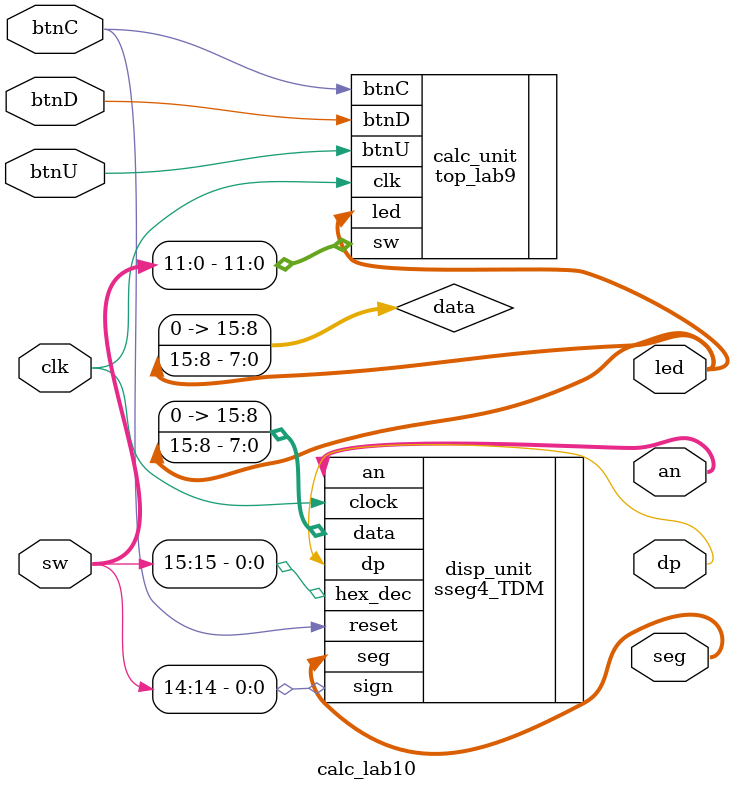
<source format=sv>
`timescale 1ns / 1ps


module calc_lab10(
        input [15:0] sw,
        input clk, btnC, btnD, btnU,
        output reg [15:0] led,
        output [6:0] seg,
        output [3:0] an,
        output dp
    );
    reg [15:0] data;
    
    top_lab9 calc_unit(.sw(sw[11:0]), .clk(clk), .btnC(btnC), .btnD(btnD), .btnU(btnU),.led(led));
    
    assign data[7:0] = led[15:8];
    assign data[15:8] = 8'b00000000;
    
    sseg4_TDM disp_unit(.data(data),.hex_dec(sw[15]), .sign(sw[14]), .reset(btnC), .clock(clk),.seg(seg), .an(an), .dp(dp));
    
    
endmodule

</source>
